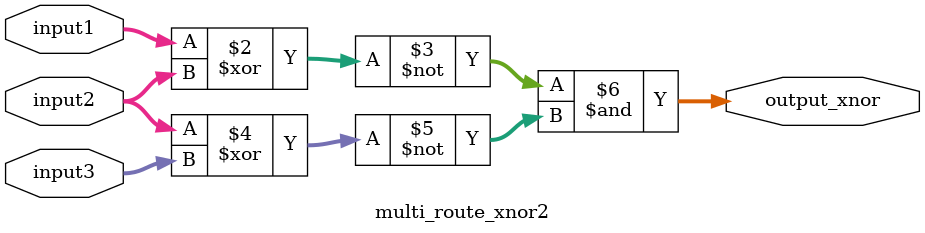
<source format=sv>
module multi_route_xnor2 (input1, input2, input3, output_xnor);
    input wire [7:0] input1, input2, input3;
    output reg [7:0] output_xnor;

    always @(*) begin
        output_xnor = ~(input1 ^ input2) & ~(input2 ^ input3);
    end
endmodule
</source>
